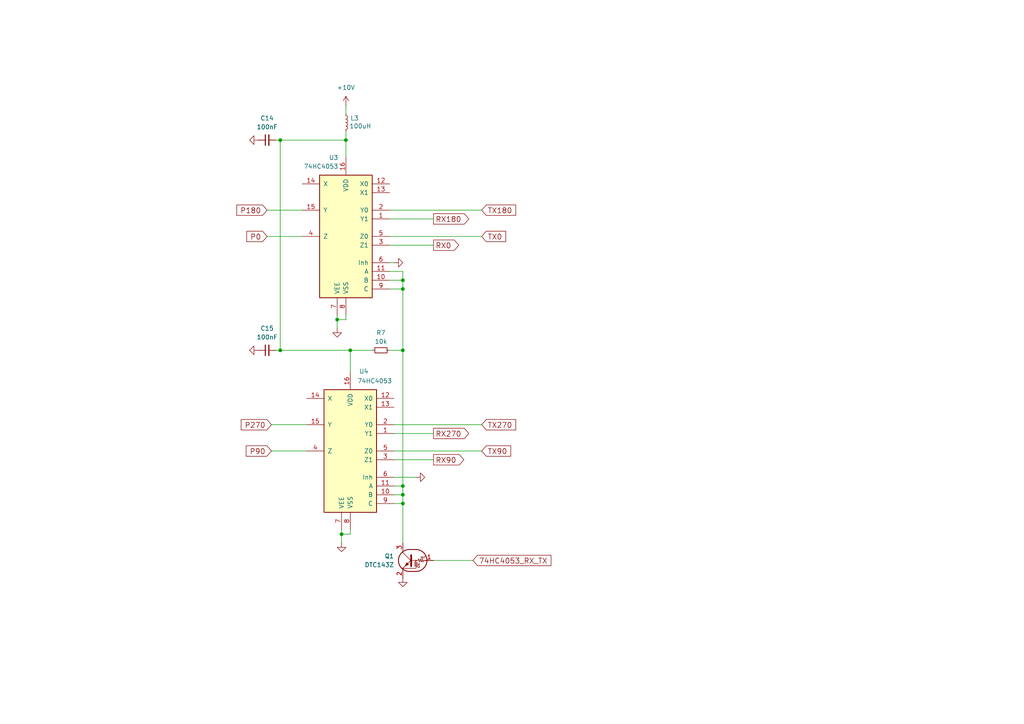
<source format=kicad_sch>
(kicad_sch (version 20231120) (generator "eeschema") (generator_version "8.0")
  (paper "A4")
  (lib_symbols
    (symbol "4xxx:4053" (pin_names (offset 1.016))
      (property "Reference" "U" (at -7.62 19.05 0))
      (property "Value" "4053" (at -7.62 -19.05 0))
      (symbol "4053_1_0"
        (pin passive line (at -12.7 5.08 0) (length 5.08) (name "Y1") (number "1"))
        (pin input line (at -12.7 -12.7 0) (length 5.08) (name "B") (number "10"))
        (pin input line (at -12.7 -10.16 0) (length 5.08) (name "A") (number "11"))
        (pin passive line (at -12.7 15.24 0) (length 5.08) (name "X0") (number "12"))
        (pin passive line (at -12.7 12.7 0) (length 5.08) (name "X1") (number "13"))
        (pin passive line (at 12.7 15.24 180) (length 5.08) (name "X") (number "14"))
        (pin passive line (at 12.7 7.62 180) (length 5.08) (name "Y") (number "15"))
        (pin power_in line (at 0 22.86 270) (length 5.08) (name "VDD") (number "16"))
        (pin passive line (at -12.7 7.62 0) (length 5.08) (name "Y0") (number "2"))
        (pin passive line (at -12.7 -2.54 0) (length 5.08) (name "Z1") (number "3"))
        (pin passive line (at 12.7 0 180) (length 5.08) (name "Z") (number "4"))
        (pin passive line (at -12.7 0 0) (length 5.08) (name "Z0") (number "5"))
        (pin input line (at -12.7 -7.62 0) (length 5.08) (name "Inh") (number "6"))
        (pin power_in line (at 2.54 -22.86 90) (length 5.08) (name "VEE") (number "7"))
        (pin power_in line (at 0 -22.86 90) (length 5.08) (name "VSS") (number "8"))
        (pin input line (at -12.7 -15.24 0) (length 5.08) (name "C") (number "9"))
      )
      (symbol "4053_1_1"
        (rectangle (start -7.62 17.78) (end 7.62 -17.78) (stroke (width 0.254)) (fill (type background)))
      )
    )
    (symbol "Device:C_Small" (pin_numbers hide) (pin_names (offset 0.254) hide)
      (property "Reference" "C" (at 0.254 1.778 0))
      (property "Value" "C_Small" (at 0.254 -2.032 0))
      (symbol "C_Small_0_1"
        (polyline (pts (xy -1.524 -0.508) (xy 1.524 -0.508)) (stroke (width 0.3302)))
        (polyline (pts (xy -1.524 0.508) (xy 1.524 0.508)) (stroke (width 0.3048)))
      )
      (symbol "C_Small_1_1"
        (pin passive line (at 0 2.54 270) (length 2.032) (name "~") (number "1"))
        (pin passive line (at 0 -2.54 90) (length 2.032) (name "~") (number "2"))
      )
    )
    (symbol "Device:L_Small" (pin_numbers hide) (pin_names (offset 0.254) hide)
      (property "Reference" "L" (at 0.762 1.016 0))
      (property "Value" "L_Small" (at 0.762 -1.016 0))
      (symbol "L_Small_0_1"
        (arc (start 0 -2.032) (mid 0.5058 -1.524) (end 0 -1.016))
        (arc (start 0 -1.016) (mid 0.5058 -0.508) (end 0 0))
        (arc (start 0 0) (mid 0.5058 0.508) (end 0 1.016))
        (arc (start 0 1.016) (mid 0.5058 1.524) (end 0 2.032))
      )
      (symbol "L_Small_1_1"
        (pin passive line (at 0 2.54 270) (length 0.508) (name "~") (number "1"))
        (pin passive line (at 0 -2.54 90) (length 0.508) (name "~") (number "2"))
      )
    )
    (symbol "Device:R_Small" (pin_numbers hide) (pin_names (offset 0.254) hide)
      (property "Reference" "R" (at 0.762 0.508 0))
      (property "Value" "R_Small" (at 0.762 -1.016 0))
      (symbol "R_Small_0_1"
        (rectangle (start -0.762 1.778) (end 0.762 -1.778) (stroke (width 0.2032)))
      )
      (symbol "R_Small_1_1"
        (pin passive line (at 0 2.54 270) (length 0.762) (name "~") (number "1"))
        (pin passive line (at 0 -2.54 90) (length 0.762) (name "~") (number "2"))
      )
    )
    (symbol "Transistor_BJT:DTC143Z" (pin_names (offset 0) hide)
      (property "Reference" "Q" (at 5.08 1.905 0))
      (property "Value" "DTC143Z" (at 5.08 0 0))
      (symbol "DTC143Z_0_0"
        (text "47k" (at -2.159 -1.524 900) (effects (font (size 0.508 0.508))))
        (text "4k7" (at -3.302 0.889 0) (effects (font (size 0.508 0.508))))
      )
      (symbol "DTC143Z_0_1"
        (circle (center -1.27 0) (radius 0.127))
        (arc (start -1.27 3.175) (mid -4.4312 0) (end -1.27 -3.175) (stroke (width 0.254)))
        (polyline (pts (xy -3.429 0) (xy -3.81 0)))
        (polyline (pts (xy -1.27 -3.175) (xy 0.635 -3.175)) (stroke (width 0.254)))
        (polyline (pts (xy -1.27 3.175) (xy 0.635 3.175)) (stroke (width 0.254)))
        (polyline (pts (xy 0 -0.254) (xy 2.54 2.286)))
        (polyline (pts (xy 0.127 1.524) (xy 0.127 -1.651)) (stroke (width 0.508)) (fill (type outline)))
        (polyline (pts (xy 2.54 2.286) (xy 2.54 2.54)))
        (polyline (pts (xy 2.54 -2.286) (xy 0 0.254) (xy 0 0.254)))
        (polyline (pts (xy 0.889 -1.143) (xy 1.397 -0.635) (xy 1.905 -1.651) (xy 0.889 -1.143)) (fill (type outline)))
        (polyline (pts (xy 0 0) (xy -1.905 0) (xy -2.032 0.508) (xy -2.286 -0.508) (xy -2.54 0.508) (xy -2.794 -0.508) (xy -3.048 0.508) (xy -3.302 -0.508) (xy -3.429 0)))
        (polyline (pts (xy -1.27 0) (xy -1.27 -0.381) (xy -0.762 -0.508) (xy -1.778 -0.762) (xy -0.762 -1.016) (xy -1.778 -1.27) (xy -0.762 -1.524) (xy -1.778 -1.778) (xy -1.27 -1.905) (xy -1.27 -2.286) (xy 2.54 -2.286)))
        (arc (start 0.635 -3.175) (mid 3.7962 0) (end 0.635 3.175) (stroke (width 0.254)))
        (circle (center 2.54 -2.286) (radius 0.127))
      )
      (symbol "DTC143Z_1_1"
        (pin input line (at -6.35 0 0) (length 2.54) (name "B") (number "1"))
        (pin passive line (at 2.54 -5.08 90) (length 2.54) (name "E") (number "2"))
        (pin passive line (at 2.54 5.08 270) (length 2.54) (name "C") (number "3"))
      )
    )
    (symbol "power:+10V" (power) (pin_numbers hide) (pin_names (offset 0) hide)
      (property "Value" "+10V" (at 0 3.556 0))
      (symbol "+10V_0_1"
        (polyline (pts (xy -0.762 1.27) (xy 0 2.54)))
        (polyline (pts (xy 0 0) (xy 0 2.54)))
        (polyline (pts (xy 0 2.54) (xy 0.762 1.27)))
      )
      (symbol "+10V_1_1"
        (pin power_in line (at 0 0 90) (length 0) (name "~") (number "1"))
      )
    )
    (symbol "power:GND" (power) (pin_numbers hide) (pin_names (offset 0) hide)
      (property "Value" "GND" (at 0 -3.81 0))
      (symbol "GND_0_1"
        (polyline (pts (xy 0 0) (xy 0 -1.27) (xy 1.27 -1.27) (xy 0 -2.54) (xy -1.27 -1.27) (xy 0 -1.27)))
      )
      (symbol "GND_1_1"
        (pin power_in line (at 0 0 270) (length 0) (name "~") (number "1"))
      )
    )
  )
  (junction (at 81.28 101.6))
  (junction (at 116.84 81.28))
  (junction (at 99.06 154.94))
  (junction (at 116.84 140.97))
  (junction (at 116.84 146.05))
  (junction (at 81.28 40.64))
  (junction (at 97.79 92.71))
  (junction (at 116.84 143.51))
  (junction (at 116.84 83.82))
  (junction (at 116.84 101.6))
  (junction (at 101.6 101.6))
  (junction (at 100.33 40.64))
  (wire (pts (xy 101.6 107.95) (xy 101.6 101.6)))
  (wire (pts (xy 116.84 83.82) (xy 116.84 81.28)))
  (wire (pts (xy 113.03 101.6) (xy 116.84 101.6)))
  (wire (pts (xy 114.3 123.19) (xy 139.7 123.19)))
  (wire (pts (xy 116.84 140.97) (xy 116.84 143.51)))
  (wire (pts (xy 113.03 78.74) (xy 116.84 78.74)))
  (wire (pts (xy 125.73 162.56) (xy 137.16 162.56)))
  (wire (pts (xy 116.84 101.6) (xy 116.84 83.82)))
  (wire (pts (xy 81.28 40.64) (xy 100.33 40.64)))
  (wire (pts (xy 97.79 91.44) (xy 97.79 92.71)))
  (wire (pts (xy 100.33 38.1) (xy 100.33 40.64)))
  (wire (pts (xy 114.3 76.2) (xy 113.03 76.2)))
  (wire (pts (xy 113.03 63.5) (xy 125.73 63.5)))
  (wire (pts (xy 116.84 78.74) (xy 116.84 81.28)))
  (wire (pts (xy 100.33 30.48) (xy 100.33 33.02)))
  (wire (pts (xy 97.79 92.71) (xy 97.79 95.25)))
  (wire (pts (xy 78.74 130.81) (xy 88.9 130.81)))
  (wire (pts (xy 80.01 101.6) (xy 81.28 101.6)))
  (wire (pts (xy 80.01 40.64) (xy 81.28 40.64)))
  (wire (pts (xy 78.74 123.19) (xy 88.9 123.19)))
  (wire (pts (xy 114.3 140.97) (xy 116.84 140.97)))
  (wire (pts (xy 77.47 68.58) (xy 87.63 68.58)))
  (wire (pts (xy 101.6 101.6) (xy 107.95 101.6)))
  (wire (pts (xy 81.28 101.6) (xy 81.28 40.64)))
  (wire (pts (xy 120.65 138.43) (xy 114.3 138.43)))
  (wire (pts (xy 114.3 125.73) (xy 125.73 125.73)))
  (wire (pts (xy 81.28 101.6) (xy 101.6 101.6)))
  (wire (pts (xy 99.06 154.94) (xy 99.06 157.48)))
  (wire (pts (xy 116.84 143.51) (xy 114.3 143.51)))
  (wire (pts (xy 100.33 92.71) (xy 100.33 91.44)))
  (wire (pts (xy 114.3 133.35) (xy 125.73 133.35)))
  (wire (pts (xy 101.6 153.67) (xy 101.6 154.94)))
  (wire (pts (xy 101.6 154.94) (xy 99.06 154.94)))
  (wire (pts (xy 113.03 60.96) (xy 139.7 60.96)))
  (wire (pts (xy 113.03 68.58) (xy 139.7 68.58)))
  (wire (pts (xy 113.03 71.12) (xy 125.73 71.12)))
  (wire (pts (xy 87.63 60.96) (xy 77.47 60.96)))
  (wire (pts (xy 100.33 40.64) (xy 100.33 45.72)))
  (wire (pts (xy 116.84 101.6) (xy 116.84 140.97)))
  (wire (pts (xy 116.84 146.05) (xy 116.84 157.48)))
  (wire (pts (xy 99.06 153.67) (xy 99.06 154.94)))
  (wire (pts (xy 114.3 146.05) (xy 116.84 146.05)))
  (wire (pts (xy 113.03 83.82) (xy 116.84 83.82)))
  (wire (pts (xy 97.79 92.71) (xy 100.33 92.71)))
  (wire (pts (xy 116.84 81.28) (xy 113.03 81.28)))
  (wire (pts (xy 116.84 146.05) (xy 116.84 143.51)))
  (wire (pts (xy 114.3 130.81) (xy 139.7 130.81)))
  (global_label "P0" (shape input) (at 77.47 68.58 180) (effects (font (size 1.524 1.524))) (property "Intersheetrefs" "${INTERSHEET_REFS}" (effects (hide yes))))
  (global_label "TX0" (shape input) (at 139.7 68.58 0) (effects (font (size 1.524 1.524))) (property "Intersheetrefs" "${INTERSHEET_REFS}" (effects (hide yes))))
  (global_label "P90" (shape input) (at 78.74 130.81 180) (effects (font (size 1.524 1.524))) (property "Intersheetrefs" "${INTERSHEET_REFS}" (effects (hide yes))))
  (global_label "74HC4053_RX_TX" (shape input) (at 137.16 162.56 0) (effects (font (size 1.524 1.524))) (property "Intersheetrefs" "${INTERSHEET_REFS}" (effects (hide yes))))
  (global_label "P270" (shape input) (at 78.74 123.19 180) (effects (font (size 1.524 1.524))) (property "Intersheetrefs" "${INTERSHEET_REFS}" (effects (hide yes))))
  (global_label "RX270" (shape output) (at 125.73 125.73 0) (effects (font (size 1.524 1.524))) (property "Intersheetrefs" "${INTERSHEET_REFS}" (effects (hide yes))))
  (global_label "RX90" (shape output) (at 125.73 133.35 0) (effects (font (size 1.524 1.524))) (property "Intersheetrefs" "${INTERSHEET_REFS}" (effects (hide yes))))
  (global_label "RX0" (shape output) (at 125.73 71.12 0) (effects (font (size 1.524 1.524))) (property "Intersheetrefs" "${INTERSHEET_REFS}" (effects (hide yes))))
  (global_label "RX180" (shape output) (at 125.73 63.5 0) (effects (font (size 1.524 1.524))) (property "Intersheetrefs" "${INTERSHEET_REFS}" (effects (hide yes))))
  (global_label "TX180" (shape input) (at 139.7 60.96 0) (effects (font (size 1.524 1.524))) (property "Intersheetrefs" "${INTERSHEET_REFS}" (effects (hide yes))))
  (global_label "TX90" (shape input) (at 139.7 130.81 0) (effects (font (size 1.524 1.524))) (property "Intersheetrefs" "${INTERSHEET_REFS}" (effects (hide yes))))
  (global_label "P180" (shape input) (at 77.47 60.96 180) (effects (font (size 1.524 1.524))) (property "Intersheetrefs" "${INTERSHEET_REFS}" (effects (hide yes))))
  (global_label "TX270" (shape input) (at 139.7 123.19 0) (effects (font (size 1.524 1.524))) (property "Intersheetrefs" "${INTERSHEET_REFS}" (effects (hide yes))))
  (symbol (lib_id "Device:R_Small") (at 110.49 101.6 90) (unit 1)
    (property "Reference" "R7" (at 110.49 96.52 90))
    (property "Value" "10k" (at 110.49 99.06 90))
    (property "Footprint" "Resistor_SMD:R_0603_1608Metric_Pad0.98x0.95mm_HandSolder" (effects (hide yes)))
    (property "Description" "Resistor, small symbol" (effects (hide yes)))
    (property "JLCPCB" "C25804" (effects (hide yes)))
  )
  (symbol (lib_id "power:GND") (at 116.84 167.64 0) (unit 1)
    (property "Reference" "#PWR018" (effects (hide yes)))
    (property "Value" "GND" (effects (hide yes)))
    (property "Description" "Power symbol creates a global label with name \"GND\" , ground" (effects (hide yes)))
  )
  (symbol (lib_id "power:GND") (at 120.65 138.43 90) (unit 1)
    (property "Reference" "#PWR015" (effects (hide yes)))
    (property "Value" "GND" (effects (hide yes)))
    (property "Description" "Power symbol creates a global label with name \"GND\" , ground" (effects (hide yes)))
  )
  (symbol (lib_id "power:GND") (at 74.93 40.64 270) (unit 1)
    (property "Reference" "#PWR019" (effects (hide yes)))
    (property "Value" "GND" (effects (hide yes)))
    (property "Description" "Power symbol creates a global label with name \"GND\" , ground" (effects (hide yes)))
  )
  (symbol (lib_id "4xxx:4053") (at 101.6 130.81 0) (mirror y) (unit 1)
    (property "Reference" "U4" (at 104.14 107.696 0) (effects (justify right)))
    (property "Value" "74HC4053" (at 103.632 110.49 0) (effects (justify right)))
    (property "Footprint" "Package_SO:SO-16_3.9x9.9mm_P1.27mm" (effects (hide yes)))
    (property "Datasheet" "http://www.intersil.com/content/dam/Intersil/documents/cd40/cd4051bms-52bms-53bms.pdf" (effects (hide yes)))
    (property "Description" "Triple analog Multiplexer 2 to 1 line" (effects (hide yes)))
    (property "JLCPCB" "C9386" (effects (hide yes)))
  )
  (symbol (lib_id "power:GND") (at 74.93 101.6 270) (unit 1)
    (property "Reference" "#PWR021" (effects (hide yes)))
    (property "Value" "GND" (effects (hide yes)))
    (property "Description" "Power symbol creates a global label with name \"GND\" , ground" (effects (hide yes)))
  )
  (symbol (lib_id "Device:L_Small") (at 100.33 35.56 0) (unit 1)
    (property "Reference" "L3" (at 101.6 34.29 0) (effects (justify left)))
    (property "Value" "100uH" (at 101.346 36.576 0) (effects (justify left)))
    (property "Footprint" "Inductor_SMD:L_1210_3225Metric_Pad1.42x2.65mm_HandSolder" (effects (hide yes)))
    (property "Description" "Inductor, small symbol" (effects (hide yes)))
    (property "JLCPCB" "C394100" (effects (hide yes)))
  )
  (symbol (lib_id "power:+10V") (at 100.33 30.48 0) (unit 1)
    (property "Reference" "#PWR020" (effects (hide yes)))
    (property "Value" "+10V" (at 100.33 25.4 0))
    (property "Description" "Power symbol creates a global label with name \"+10V\"" (effects (hide yes)))
  )
  (symbol (lib_id "power:GND") (at 97.79 95.25 0) (unit 1)
    (property "Reference" "#PWR016" (effects (hide yes)))
    (property "Value" "GND" (effects (hide yes)))
    (property "Description" "Power symbol creates a global label with name \"GND\" , ground" (effects (hide yes)))
  )
  (symbol (lib_id "power:GND") (at 114.3 76.2 90) (unit 1)
    (property "Reference" "#PWR017" (effects (hide yes)))
    (property "Value" "GND" (effects (hide yes)))
    (property "Description" "Power symbol creates a global label with name \"GND\" , ground" (effects (hide yes)))
  )
  (symbol (lib_id "Transistor_BJT:DTC143Z") (at 119.38 162.56 0) (mirror y) (unit 1)
    (property "Reference" "Q1" (at 114.3 161.2899 0) (effects (justify left)))
    (property "Value" "DTC143Z" (at 114.3 163.8299 0) (effects (justify left)))
    (property "Footprint" "Package_TO_SOT_SMD:SOT-523" (effects (hide yes)))
    (property "Description" "Digital NPN Transistor, 4k7/47k, SOT-23" (effects (hide yes)))
    (property "JLCPCB" "C2828442" (effects (hide yes)))
  )
  (symbol (lib_id "Device:C_Small") (at 77.47 101.6 90) (unit 1)
    (property "Reference" "C15" (at 77.4763 95.25 90))
    (property "Value" "100nF" (at 77.4763 97.79 90))
    (property "Footprint" "Capacitor_SMD:C_0603_1608Metric_Pad1.08x0.95mm_HandSolder" (effects (hide yes)))
    (property "Description" "Unpolarized capacitor, small symbol" (effects (hide yes)))
    (property "JLCPCB" "C14663" (effects (hide yes)))
  )
  (symbol (lib_id "4xxx:4053") (at 100.33 68.58 0) (mirror y) (unit 1)
    (property "Reference" "U3" (at 98.1359 45.72 0) (effects (justify left)))
    (property "Value" "74HC4053" (at 98.1359 48.26 0) (effects (justify left)))
    (property "Footprint" "Package_SO:SO-16_3.9x9.9mm_P1.27mm" (effects (hide yes)))
    (property "Datasheet" "http://www.intersil.com/content/dam/Intersil/documents/cd40/cd4051bms-52bms-53bms.pdf" (effects (hide yes)))
    (property "Description" "Triple analog Multiplexer 2 to 1 line" (effects (hide yes)))
    (property "JLCPCB" "C9386" (effects (hide yes)))
  )
  (symbol (lib_id "Device:C_Small") (at 77.47 40.64 90) (unit 1)
    (property "Reference" "C14" (at 77.4763 34.29 90))
    (property "Value" "100nF" (at 77.4763 36.83 90))
    (property "Footprint" "Capacitor_SMD:C_0603_1608Metric_Pad1.08x0.95mm_HandSolder" (effects (hide yes)))
    (property "Description" "Unpolarized capacitor, small symbol" (effects (hide yes)))
    (property "JLCPCB" "C14663" (effects (hide yes)))
  )
  (symbol (lib_id "power:GND") (at 99.06 157.48 0) (unit 1)
    (property "Reference" "#PWR014" (effects (hide yes)))
    (property "Value" "GND" (effects (hide yes)))
    (property "Description" "Power symbol creates a global label with name \"GND\" , ground" (effects (hide yes)))
  )
)
</source>
